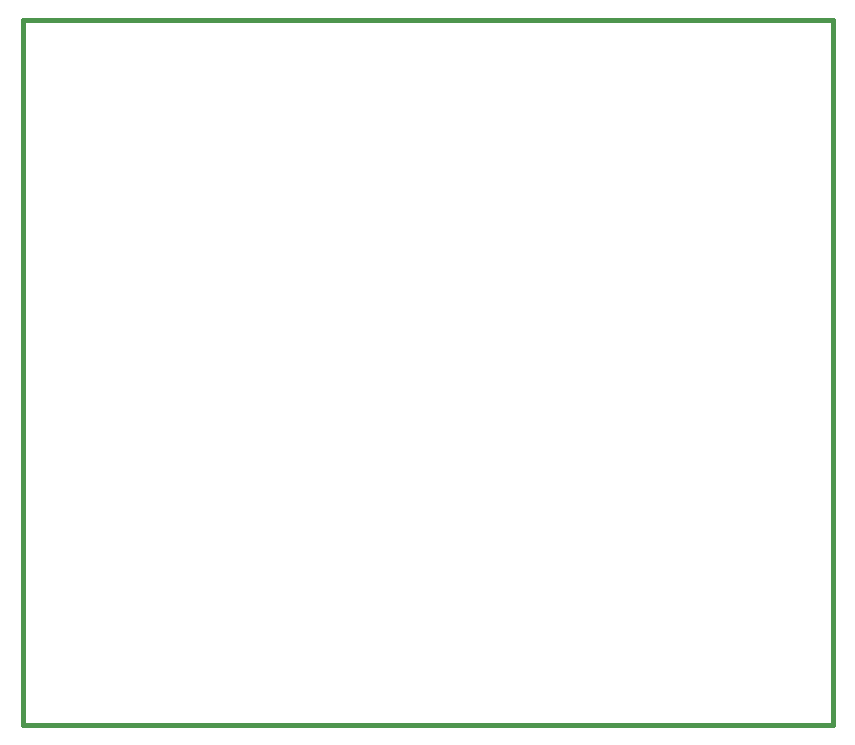
<source format=gko>
%FSTAX23Y23*%
%MOIN*%
%SFA1B1*%

%IPPOS*%
%ADD39C,0.015000*%
%LNxiaochequdongban-1*%
%LPD*%
G54D39*
X022Y026D02*
Y0495D01*
Y026D02*
X049D01*
Y0495*
X022D02*
X049D01*
M02*
</source>
